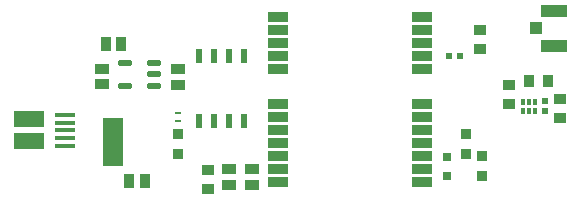
<source format=gtp>
G04*
G04 #@! TF.GenerationSoftware,Altium Limited,Altium Designer,22.2.1 (43)*
G04*
G04 Layer_Color=8421504*
%FSLAX25Y25*%
%MOIN*%
G70*
G04*
G04 #@! TF.SameCoordinates,F9679001-C221-457E-AD06-5865B11B1ABB*
G04*
G04*
G04 #@! TF.FilePolarity,Positive*
G04*
G01*
G75*
%ADD21R,0.07087X0.03347*%
%ADD22R,0.03937X0.03740*%
%ADD23R,0.03740X0.03937*%
%ADD24R,0.01181X0.01968*%
%ADD25R,0.02362X0.02126*%
%ADD26R,0.02402X0.04724*%
%ADD27R,0.05118X0.03543*%
%ADD28R,0.03543X0.05118*%
G04:AMPARAMS|DCode=29|XSize=47.64mil|YSize=23.23mil|CornerRadius=5.81mil|HoleSize=0mil|Usage=FLASHONLY|Rotation=180.000|XOffset=0mil|YOffset=0mil|HoleType=Round|Shape=RoundedRectangle|*
%AMROUNDEDRECTD29*
21,1,0.04764,0.01161,0,0,180.0*
21,1,0.03602,0.02323,0,0,180.0*
1,1,0.01161,-0.01801,0.00581*
1,1,0.01161,0.01801,0.00581*
1,1,0.01161,0.01801,-0.00581*
1,1,0.01161,-0.01801,-0.00581*
%
%ADD29ROUNDEDRECTD29*%
%ADD30R,0.06890X0.01575*%
%ADD31R,0.09843X0.05413*%
%ADD32R,0.03347X0.03347*%
%ADD33R,0.06693X0.16142*%
%ADD34R,0.02047X0.01102*%
%ADD35R,0.04134X0.03937*%
%ADD36R,0.08661X0.04134*%
%ADD37R,0.03150X0.03150*%
%ADD38R,0.01968X0.02362*%
D21*
X138246Y68762D02*
D03*
Y64431D02*
D03*
X90215D02*
D03*
X138246Y60101D02*
D03*
X90215D02*
D03*
X138246Y55770D02*
D03*
X90215D02*
D03*
Y68762D02*
D03*
X138246Y51439D02*
D03*
Y39628D02*
D03*
X90215D02*
D03*
X138246Y35297D02*
D03*
X90215D02*
D03*
X138246Y30967D02*
D03*
X90215D02*
D03*
X138246Y26636D02*
D03*
X90215D02*
D03*
X138246Y22305D02*
D03*
X90215D02*
D03*
X138246Y17975D02*
D03*
X90215D02*
D03*
X138246Y13644D02*
D03*
X90215Y51439D02*
D03*
Y13644D02*
D03*
D22*
X167323Y45865D02*
D03*
Y39566D02*
D03*
X184449Y34969D02*
D03*
Y41269D02*
D03*
X66866Y11459D02*
D03*
Y17758D02*
D03*
X157579Y64398D02*
D03*
Y58099D02*
D03*
D23*
X174016Y47469D02*
D03*
X180315D02*
D03*
D24*
X172016Y37469D02*
D03*
X174016D02*
D03*
X176016D02*
D03*
Y40343D02*
D03*
X174016D02*
D03*
X172016D02*
D03*
D25*
X179331Y40804D02*
D03*
Y37402D02*
D03*
D26*
X68858Y33887D02*
D03*
X63858Y55737D02*
D03*
X68858D02*
D03*
X73858D02*
D03*
X78858D02*
D03*
Y33887D02*
D03*
X73858D02*
D03*
X63858D02*
D03*
D27*
X56890Y46091D02*
D03*
Y51209D02*
D03*
X31496Y46190D02*
D03*
Y51308D02*
D03*
X81581Y17856D02*
D03*
Y12738D02*
D03*
X73904Y12837D02*
D03*
Y17955D02*
D03*
D28*
X38091Y59674D02*
D03*
X32972D02*
D03*
X45853Y14116D02*
D03*
X40734D02*
D03*
D29*
X49134Y45796D02*
D03*
Y49536D02*
D03*
Y53276D02*
D03*
X39252D02*
D03*
Y45796D02*
D03*
D30*
X19291Y36052D02*
D03*
Y33493D02*
D03*
Y30934D02*
D03*
Y28375D02*
D03*
Y25816D02*
D03*
D31*
X7185Y34625D02*
D03*
Y27243D02*
D03*
D32*
X56876Y22876D02*
D03*
Y29569D02*
D03*
X158465Y22273D02*
D03*
Y15580D02*
D03*
X152953Y23060D02*
D03*
Y29753D02*
D03*
D33*
X35340Y26883D02*
D03*
D34*
X56876Y36656D02*
D03*
Y34097D02*
D03*
D35*
X176378Y64891D02*
D03*
D36*
X182382Y70698D02*
D03*
Y59083D02*
D03*
D37*
X146640Y22089D02*
D03*
Y15593D02*
D03*
D38*
X150906Y55639D02*
D03*
X147323D02*
D03*
M02*

</source>
